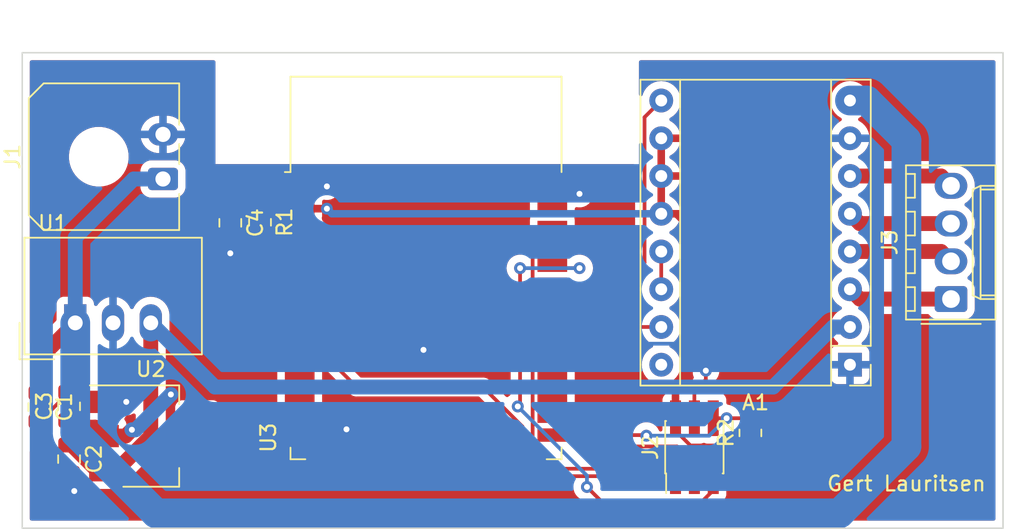
<source format=kicad_pcb>
(kicad_pcb (version 20211014) (generator pcbnew)
  (layers (0 "F.Cu" signal) (31 "B.Cu" signal) (34 "B.Paste" user) (35 "F.Paste" user) (36 "B.SilkS" user "B.Silkscreen") (37 "F.SilkS" user "F.Silkscreen") (38 "B.Mask" user) (39 "F.Mask" user) (44 "Edge.Cuts" user))
  (net 0 "")
  (net 1 "GND")
  (net 2 "Enable")
  (net 3 "+5V")
  (net 4 "+3V3")
  (net 5 "/RED")
  (net 6 "/BLUE")
  (net 7 "/Green")
  (net 8 "Net-(A1-Pad13)")
  (net 9 "/Black")
  (net 10 "STEP")
  (net 11 "+12V")
  (net 13 "EN")
  (net 14 "TX")
  (net 15 "RX")
  (net 16 "D0")
  (net 41 "DIR")
  (footprint "Connector_PinHeader_1.27mm:PinHeader_2x03_P1.27mm_Vertical_SMD" (layer "F.Cu") (at 141.23 96.55 90)
    (fp_text reference "J2" (at 0 -2.965 90) (layer "F.SilkS"))
    (fp_text value "Prog")
    (fp_line (start 1.765 -1.965) (end 1.765 -1.9) (layer "F.SilkS") (width 0.12))
    (fp_line (start -1.765 -1.965) (end -1.765 -1.9) (layer "F.SilkS") (width 0.12))
    (fp_line (start 1.765 1.9) (end 1.765 1.965) (layer "F.SilkS") (width 0.12))
    (fp_line (start -3.09 -1.9) (end -1.765 -1.9) (layer "F.SilkS") (width 0.12))
    (fp_line (start -1.765 -1.965) (end 1.765 -1.965) (layer "F.SilkS") (width 0.12))
    (fp_line (start -1.765 1.9) (end -1.765 1.965) (layer "F.SilkS") (width 0.12))
    (fp_line (start -1.765 1.965) (end 1.765 1.965) (layer "F.SilkS") (width 0.12))
    (pad "1" smd rect locked (at -1.95 -1.27 90) (size 2.4 0.74) (layers "F.Cu" "F.Paste" "F.Mask") (net 13 "EN"))
    (pad "2" smd rect locked (at 1.95 -1.27 90) (size 2.4 0.74) (layers "F.Cu" "F.Paste" "F.Mask") (net 4 "+3V3"))
    (pad "3" smd rect locked (at -1.95 0 90) (size 2.4 0.74) (layers "F.Cu" "F.Paste" "F.Mask") (net 14 "TX"))
    (pad "4" smd rect locked (at 1.95 0 90) (size 2.4 0.74) (layers "F.Cu" "F.Paste" "F.Mask") (net 1 "GND"))
    (pad "5" smd rect locked (at -1.95 1.27 90) (size 2.4 0.74) (layers "F.Cu" "F.Paste" "F.Mask") (net 15 "RX"))
    (pad "6" smd rect locked (at 1.95 1.27 90) (size 2.4 0.74) (layers "F.Cu" "F.Paste" "F.Mask") (net 16 "D0"))
  )
  (footprint "Package_TO_SOT_SMD:SOT-223" (layer "F.Cu") (at 104.65 95.8)
    (fp_text reference "U2" (at 0 -4.5) (layer "F.SilkS"))
    (fp_text value "LM1117-3.3")
    (fp_line (start -1.85 3.41) (end 1.91 3.41) (layer "F.SilkS") (width 0.12))
    (fp_line (start -4.1 -3.41) (end 1.91 -3.41) (layer "F.SilkS") (width 0.12))
    (fp_line (start 1.91 -3.41) (end 1.91 -2.15) (layer "F.SilkS") (width 0.12))
    (fp_line (start 1.91 3.41) (end 1.91 2.15) (layer "F.SilkS") (width 0.12))
    (pad "1" smd rect locked (at -3.15 -2.3) (size 2 1.5) (layers "F.Cu" "F.Paste" "F.Mask") (net 1 "GND"))
    (pad "2" smd rect locked (at -3.15 0) (size 2 1.5) (layers "F.Cu" "F.Paste" "F.Mask") (net 4 "+3V3"))
    (pad "3" smd rect locked (at -3.15 2.3) (size 2 1.5) (layers "F.Cu" "F.Paste" "F.Mask") (net 3 "+5V"))
    (pad "4" smd rect locked (at 3.15 0) (size 2 3.8) (layers "F.Cu" "F.Paste" "F.Mask"))
  )
  (footprint "Connector_Molex:Molex_Micro-Fit_3.0_43650-0200_1x02_P3.00mm_Horizontal" (layer "F.Cu") (at 105.47 78.5 90)
    (fp_text reference "J1" (at 1.5 -10.12 90) (layer "F.SilkS"))
    (fp_text value "Conn_01x02")
    (fp_line (start 5.435 -9.03) (end 6.435 -8.03) (layer "F.SilkS") (width 0.12))
    (fp_line (start -3.435 1.09) (end -3.435 -8.03) (layer "F.SilkS") (width 0.12))
    (fp_line (start -3.435 1.09) (end -1.01 1.09) (layer "F.SilkS") (width 0.12))
    (fp_line (start 6.435 -8.03) (end 6.435 1.09) (layer "F.SilkS") (width 0.12))
    (fp_line (start 1.01 1.09) (end 2.348233 1.09) (layer "F.SilkS") (width 0.12))
    (fp_line (start -3.435 -8.03) (end -2.435 -9.03) (layer "F.SilkS") (width 0.12))
    (fp_line (start -2.435 -9.03) (end 5.435 -9.03) (layer "F.SilkS") (width 0.12))
    (fp_line (start 6.435 1.09) (end 3.651767 1.09) (layer "F.SilkS") (width 0.12))
    (pad "" np_thru_hole circle locked (at 1.5 -4.32 90) (size 3 3) (drill 3) (layers *.Cu *.Mask))
    (pad "1" thru_hole roundrect locked (at 0 0 90) (size 1.5 2.02) (drill 1.02) (layers *.Cu *.Mask) (roundrect_rratio 0.1666673333) (net 11 "+12V"))
    (pad "2" thru_hole oval locked (at 3 0 90) (size 1.5 2.02) (drill 1.02) (layers *.Cu *.Mask) (net 1 "GND"))
  )
  (footprint "Resistor_SMD:R_0805_2012Metric" (layer "F.Cu") (at 112 81.4125 -90)
    (fp_text reference "R1" (at 0 -1.65 90) (layer "F.SilkS"))
    (fp_text value "10k")
    (fp_line (start -0.227064 0.735) (end 0.227064 0.735) (layer "F.SilkS") (width 0.12))
    (fp_line (start -0.227064 -0.735) (end 0.227064 -0.735) (layer "F.SilkS") (width 0.12))
    (pad "1" smd roundrect locked (at -0.9125 0 270) (size 1.025 1.4) (layers "F.Cu" "F.Paste" "F.Mask") (roundrect_rratio 0.243902439) (net 4 "+3V3"))
    (pad "2" smd roundrect locked (at 0.9125 0 270) (size 1.025 1.4) (layers "F.Cu" "F.Paste" "F.Mask") (roundrect_rratio 0.243902439) (net 13 "EN"))
  )
  (footprint "Module:Pololu_Breakout-16_15.2x20.3mm" (layer "F.Cu") (at 151.7 91 180)
    (fp_text reference "A1" (at 6.35 -2.54) (layer "F.SilkS"))
    (fp_text value "Pololu_Breakout_A4988")
    (fp_line (start 11.43 -1.4) (end 11.43 19.18) (layer "F.SilkS") (width 0.12))
    (fp_line (start 1.27 -1.4) (end 1.27 1.27) (layer "F.SilkS") (width 0.12))
    (fp_line (start -1.4 19.18) (end 14.1 19.18) (layer "F.SilkS") (width 0.12))
    (fp_line (start 1.27 1.27) (end -1.4 1.27) (layer "F.SilkS") (width 0.12))
    (fp_line (start 14.1 -1.4) (end 1.27 -1.4) (layer "F.SilkS") (width 0.12))
    (fp_line (start -1.4 1.27) (end -1.4 19.18) (layer "F.SilkS") (width 0.12))
    (fp_line (start 14.1 19.18) (end 14.1 -1.4) (layer "F.SilkS") (width 0.12))
    (fp_line (start -1.4 -1.4) (end -1.4 0) (layer "F.SilkS") (width 0.12))
    (fp_line (start 0 -1.4) (end -1.4 -1.4) (layer "F.SilkS") (width 0.12))
    (fp_line (start 1.27 1.27) (end 1.27 19.18) (layer "F.SilkS") (width 0.12))
    (pad "1" thru_hole rect locked (at 0 0 180) (size 1.6 1.6) (drill 0.8) (layers *.Cu *.Mask) (net 1 "GND"))
    (pad "2" thru_hole oval locked (at 0 2.54 180) (size 1.6 1.6) (drill 0.8) (layers *.Cu *.Mask) (net 3 "+5V"))
    (pad "3" thru_hole oval locked (at 0 5.08 180) (size 1.6 1.6) (drill 0.8) (layers *.Cu *.Mask) (net 5 "/RED"))
    (pad "4" thru_hole oval locked (at 0 7.62 180) (size 1.6 1.6) (drill 0.8) (layers *.Cu *.Mask) (net 6 "/BLUE"))
    (pad "5" thru_hole oval locked (at 0 10.16 180) (size 1.6 1.6) (drill 0.8) (layers *.Cu *.Mask) (net 7 "/Green"))
    (pad "6" thru_hole oval locked (at 0 12.7 180) (size 1.6 1.6) (drill 0.8) (layers *.Cu *.Mask) (net 9 "/Black"))
    (pad "7" thru_hole oval locked (at 0 15.24 180) (size 1.6 1.6) (drill 0.8) (layers *.Cu *.Mask) (net 1 "GND"))
    (pad "8" thru_hole oval locked (at 0 17.78 180) (size 1.6 1.6) (drill 0.8) (layers *.Cu *.Mask) (net 11 "+12V"))
    (pad "9" thru_hole oval locked (at 12.7 17.78 180) (size 1.6 1.6) (drill 0.8) (layers *.Cu *.Mask) (net 2 "Enable"))
    (pad "10" thru_hole oval locked (at 12.7 15.24 180) (size 1.6 1.6) (drill 0.8) (layers *.Cu *.Mask) (net 4 "+3V3"))
    (pad "11" thru_hole oval locked (at 12.7 12.7 180) (size 1.6 1.6) (drill 0.8) (layers *.Cu *.Mask) (net 4 "+3V3"))
    (pad "12" thru_hole oval locked (at 12.7 10.16 180) (size 1.6 1.6) (drill 0.8) (layers *.Cu *.Mask) (net 4 "+3V3"))
    (pad "13" thru_hole oval locked (at 12.7 7.62 180) (size 1.6 1.6) (drill 0.8) (layers *.Cu *.Mask) (net 8 "Net-(A1-Pad13)"))
    (pad "14" thru_hole oval locked (at 12.7 5.08 180) (size 1.6 1.6) (drill 0.8) (layers *.Cu *.Mask) (net 8 "Net-(A1-Pad13)"))
    (pad "15" thru_hole oval locked (at 12.7 2.54 180) (size 1.6 1.6) (drill 0.8) (layers *.Cu *.Mask) (net 10 "STEP"))
    (pad "16" thru_hole oval locked (at 12.7 0 180) (size 1.6 1.6) (drill 0.8) (layers *.Cu *.Mask))
  )
  (footprint "Resistor_SMD:R_0805_2012Metric" (layer "F.Cu") (at 145 95.5875 90)
    (fp_text reference "R2" (at 0 -1.65 90) (layer "F.SilkS"))
    (fp_text value "10k")
    (fp_line (start -0.227064 0.735) (end 0.227064 0.735) (layer "F.SilkS") (width 0.12))
    (fp_line (start -0.227064 -0.735) (end 0.227064 -0.735) (layer "F.SilkS") (width 0.12))
    (pad "1" smd roundrect locked (at -0.9125 0 90) (size 1.025 1.4) (layers "F.Cu" "F.Paste" "F.Mask") (roundrect_rratio 0.243902439) (net 4 "+3V3"))
    (pad "2" smd roundrect locked (at 0.9125 0 90) (size 1.025 1.4) (layers "F.Cu" "F.Paste" "F.Mask") (roundrect_rratio 0.243902439) (net 16 "D0"))
  )
  (footprint "Converter_DCDC:Converter_DCDC_TRACO_TSR-1_THT" (layer "F.Cu") (at 99.5675 88.1825)
    (fp_text reference "U1" (at -1.5 -6.71) (layer "F.SilkS"))
    (fp_text value "TSR_1-2450")
    (fp_line (start -3.42 2.12) (end -3.42 -5.73) (layer "F.SilkS") (width 0.12))
    (fp_line (start -3.42 -5.73) (end 8.52 -5.73) (layer "F.SilkS") (width 0.12))
    (fp_line (start -3.75 0) (end -3.75 2.45) (layer "F.SilkS") (width 0.12))
    (fp_line (start 8.52 2.12) (end -3.42 2.12) (layer "F.SilkS") (width 0.12))
    (fp_line (start -3.75 2.45) (end -1.42 2.45) (layer "F.SilkS") (width 0.12))
    (fp_line (start 8.52 -5.73) (end 8.52 2.12) (layer "F.SilkS") (width 0.12))
    (pad "1" thru_hole rect locked (at 0 0) (size 1.5 2.5) (drill 1) (layers *.Cu *.Mask) (net 11 "+12V"))
    (pad "2" thru_hole oval locked (at 2.54 0) (size 1.5 2.5) (drill 1) (layers *.Cu *.Mask) (net 1 "GND"))
    (pad "3" thru_hole oval locked (at 5.08 0) (size 1.5 2.5) (drill 1) (layers *.Cu *.Mask) (net 3 "+5V"))
  )
  (footprint "Connector_Molex:Molex_KK-254_AE-6410-04A_1x04_P2.54mm_Vertical" (layer "F.Cu") (at 158.5 86.58 90)
    (fp_text reference "J3" (at 3.81 -4.12 90) (layer "F.SilkS"))
    (fp_text value "Stepper")
    (fp_line (start 0.25 1.46) (end 7.37 1.46) (layer "F.SilkS") (width 0.12))
    (fp_line (start 3.34 -2.43) (end 3.34 -3.03) (layer "F.SilkS") (width 0.12))
    (fp_line (start 7.62 1.99) (end 7.62 2.99) (layer "F.SilkS") (width 0.12))
    (fp_line (start 9 -3.03) (end -1.38 -3.03) (layer "F.SilkS") (width 0.12))
    (fp_line (start 7.37 1.46) (end 7.62 1.99) (layer "F.SilkS") (width 0.12))
    (fp_line (start 0 1.99) (end 7.62 1.99) (layer "F.SilkS") (width 0.12))
    (fp_line (start 0 1.99) (end 0.25 1.46) (layer "F.SilkS") (width 0.12))
    (fp_line (start -1.38 2.99) (end 9 2.99) (layer "F.SilkS") (width 0.12))
    (fp_line (start 1.74 -2.43) (end 3.34 -2.43) (layer "F.SilkS") (width 0.12))
    (fp_line (start 0 2.99) (end 0 1.99) (layer "F.SilkS") (width 0.12))
    (fp_line (start 1.74 -3.03) (end 1.74 -2.43) (layer "F.SilkS") (width 0.12))
    (fp_line (start -0.8 -2.43) (end 0.8 -2.43) (layer "F.SilkS") (width 0.12))
    (fp_line (start -0.8 -3.03) (end -0.8 -2.43) (layer "F.SilkS") (width 0.12))
    (fp_line (start 8.42 -2.43) (end 8.42 -3.03) (layer "F.SilkS") (width 0.12))
    (fp_line (start 6.82 -2.43) (end 8.42 -2.43) (layer "F.SilkS") (width 0.12))
    (fp_line (start 6.82 -3.03) (end 6.82 -2.43) (layer "F.SilkS") (width 0.12))
    (fp_line (start 7.37 2.99) (end 7.37 1.99) (layer "F.SilkS") (width 0.12))
    (fp_line (start 0.25 2.99) (end 0.25 1.99) (layer "F.SilkS") (width 0.12))
    (fp_line (start 0.8 -2.43) (end 0.8 -3.03) (layer "F.SilkS") (width 0.12))
    (fp_line (start 5.88 -2.43) (end 5.88 -3.03) (layer "F.SilkS") (width 0.12))
    (fp_line (start 4.28 -2.43) (end 5.88 -2.43) (layer "F.SilkS") (width 0.12))
    (fp_line (start -1.38 -3.03) (end -1.38 2.99) (layer "F.SilkS") (width 0.12))
    (fp_line (start -1.67 -2) (end -1.67 2) (layer "F.SilkS") (width 0.12))
    (fp_line (start 9 2.99) (end 9 -3.03) (layer "F.SilkS") (width 0.12))
    (fp_line (start 4.28 -3.03) (end 4.28 -2.43) (layer "F.SilkS") (width 0.12))
    (pad "1" thru_hole roundrect locked (at 0 0 90) (size 1.74 2.19) (drill 1.19) (layers *.Cu *.Mask) (roundrect_rratio 0.1436781609) (net 5 "/RED"))
    (pad "2" thru_hole oval locked (at 2.54 0 90) (size 1.74 2.19) (drill 1.19) (layers *.Cu *.Mask) (net 6 "/BLUE"))
    (pad "3" thru_hole oval locked (at 5.08 0 90) (size 1.74 2.19) (drill 1.19) (layers *.Cu *.Mask) (net 7 "/Green"))
    (pad "4" thru_hole oval locked (at 7.62 0 90) (size 1.74 2.19) (drill 1.19) (layers *.Cu *.Mask) (net 9 "/Black"))
  )
  (footprint "Capacitor_SMD:C_0805_2012Metric" (layer "F.Cu") (at 110 81.45 -90)
    (fp_text reference "C4" (at 0 -1.68 90) (layer "F.SilkS"))
    (fp_text value "22uF")
    (fp_line (start -0.261252 -0.735) (end 0.261252 -0.735) (layer "F.SilkS") (width 0.12))
    (fp_line (start -0.261252 0.735) (end 0.261252 0.735) (layer "F.SilkS") (width 0.12))
    (pad "1" smd roundrect locked (at -0.95 0 270) (size 1 1.45) (layers "F.Cu" "F.Paste" "F.Mask") (net 4 "+3V3"))
    (pad "2" smd roundrect locked (at 0.95 0 270) (size 1 1.45) (layers "F.Cu" "F.Paste" "F.Mask") (net 1 "GND"))
  )
  (footprint "Capacitor_SMD:C_0805_2012Metric" (layer "F.Cu") (at 99.15 93.8 90)
    (fp_text reference "C3" (at 0 -1.68 90) (layer "F.SilkS"))
    (fp_text value "22uF")
    (fp_line (start -0.261252 -0.735) (end 0.261252 -0.735) (layer "F.SilkS") (width 0.12))
    (fp_line (start -0.261252 0.735) (end 0.261252 0.735) (layer "F.SilkS") (width 0.12))
    (pad "1" smd roundrect locked (at -0.95 0 90) (size 1 1.45) (layers "F.Cu" "F.Paste" "F.Mask") (net 4 "+3V3"))
    (pad "2" smd roundrect locked (at 0.95 0 90) (size 1 1.45) (layers "F.Cu" "F.Paste" "F.Mask") (net 1 "GND"))
  )
  (footprint "RF_Module:ESP32-WROOM-32" (layer "F.Cu") (at 123.17 87.48)
    (fp_text reference "U3" (at -10.61 8.43 90) (layer "F.SilkS"))
    (fp_text value "ESP32-WROOM-32")
    (fp_line (start 9.12 9.88) (end 8.12 9.88) (layer "F.SilkS") (width 0.12))
    (fp_line (start -9.12 9.88) (end -8.12 9.88) (layer "F.SilkS") (width 0.12))
    (fp_line (start -9.12 -15.865) (end 9.12 -15.865) (layer "F.SilkS") (width 0.12))
    (fp_line (start 9.12 -15.865) (end 9.12 -9.445) (layer "F.SilkS") (width 0.12))
    (fp_line (start -9.12 -15.865) (end -9.12 -9.445) (layer "F.SilkS") (width 0.12))
    (fp_line (start -9.12 -9.445) (end -9.5 -9.445) (layer "F.SilkS") (width 0.12))
    (fp_line (start -9.12 9.1) (end -9.12 9.88) (layer "F.SilkS") (width 0.12))
    (fp_line (start 9.12 9.1) (end 9.12 9.88) (layer "F.SilkS") (width 0.12))
    (pad "1" smd rect locked (at -8.5 -8.255) (size 2 0.9) (layers "F.Cu" "F.Paste" "F.Mask") (net 1 "GND"))
    (pad "2" smd rect locked (at -8.5 -6.985) (size 2 0.9) (layers "F.Cu" "F.Paste" "F.Mask") (net 4 "+3V3"))
    (pad "3" smd rect locked (at -8.5 -5.715) (size 2 0.9) (layers "F.Cu" "F.Paste" "F.Mask") (net 13 "EN"))
    (pad "4" smd rect locked (at -8.5 -4.445) (size 2 0.9) (layers "F.Cu" "F.Paste" "F.Mask"))
    (pad "5" smd rect locked (at -8.5 -3.175) (size 2 0.9) (layers "F.Cu" "F.Paste" "F.Mask"))
    (pad "6" smd rect locked (at -8.5 -1.905) (size 2 0.9) (layers "F.Cu" "F.Paste" "F.Mask"))
    (pad "7" smd rect locked (at -8.5 -0.635) (size 2 0.9) (layers "F.Cu" "F.Paste" "F.Mask"))
    (pad "8" smd rect locked (at -8.5 0.635) (size 2 0.9) (layers "F.Cu" "F.Paste" "F.Mask"))
    (pad "9" smd rect locked (at -8.5 1.905) (size 2 0.9) (layers "F.Cu" "F.Paste" "F.Mask"))
    (pad "10" smd rect locked (at -8.5 3.175) (size 2 0.9) (layers "F.Cu" "F.Paste" "F.Mask"))
    (pad "11" smd rect locked (at -8.5 4.445) (size 2 0.9) (layers "F.Cu" "F.Paste" "F.Mask"))
    (pad "12" smd rect locked (at -8.5 5.715) (size 2 0.9) (layers "F.Cu" "F.Paste" "F.Mask"))
    (pad "13" smd rect locked (at -8.5 6.985) (size 2 0.9) (layers "F.Cu" "F.Paste" "F.Mask"))
    (pad "14" smd rect locked (at -8.5 8.255) (size 2 0.9) (layers "F.Cu" "F.Paste" "F.Mask"))
    (pad "15" smd rect locked (at -5.715 9.255 90) (size 2 0.9) (layers "F.Cu" "F.Paste" "F.Mask") (net 1 "GND"))
    (pad "16" smd rect locked (at -4.445 9.255 90) (size 2 0.9) (layers "F.Cu" "F.Paste" "F.Mask"))
    (pad "17" smd rect locked (at -3.175 9.255 90) (size 2 0.9) (layers "F.Cu" "F.Paste" "F.Mask"))
    (pad "18" smd rect locked (at -1.905 9.255 90) (size 2 0.9) (layers "F.Cu" "F.Paste" "F.Mask"))
    (pad "19" smd rect locked (at -0.635 9.255 90) (size 2 0.9) (layers "F.Cu" "F.Paste" "F.Mask"))
    (pad "20" smd rect locked (at 0.635 9.255 90) (size 2 0.9) (layers "F.Cu" "F.Paste" "F.Mask"))
    (pad "21" smd rect locked (at 1.905 9.255 90) (size 2 0.9) (layers "F.Cu" "F.Paste" "F.Mask"))
    (pad "22" smd rect locked (at 3.175 9.255 90) (size 2 0.9) (layers "F.Cu" "F.Paste" "F.Mask"))
    (pad "23" smd rect locked (at 4.445 9.255 90) (size 2 0.9) (layers "F.Cu" "F.Paste" "F.Mask"))
    (pad "24" smd rect locked (at 5.715 9.255 90) (size 2 0.9) (layers "F.Cu" "F.Paste" "F.Mask"))
    (pad "25" smd rect locked (at 8.5 8.255) (size 2 0.9) (layers "F.Cu" "F.Paste" "F.Mask") (net 16 "D0"))
    (pad "26" smd rect locked (at 8.5 6.985) (size 2 0.9) (layers "F.Cu" "F.Paste" "F.Mask"))
    (pad "27" smd rect locked (at 8.5 5.715) (size 2 0.9) (layers "F.Cu" "F.Paste" "F.Mask"))
    (pad "28" smd rect locked (at 8.5 4.445) (size 2 0.9) (layers "F.Cu" "F.Paste" "F.Mask"))
    (pad "29" smd rect locked (at 8.5 3.175) (size 2 0.9) (layers "F.Cu" "F.Paste" "F.Mask"))
    (pad "30" smd rect locked (at 8.5 1.905) (size 2 0.9) (layers "F.Cu" "F.Paste" "F.Mask") (net 41 "DIR"))
    (pad "31" smd rect locked (at 8.5 0.635) (size 2 0.9) (layers "F.Cu" "F.Paste" "F.Mask") (net 10 "STEP"))
    (pad "32" smd rect locked (at 8.5 -0.635) (size 2 0.9) (layers "F.Cu" "F.Paste" "F.Mask"))
    (pad "33" smd rect locked (at 8.5 -1.905) (size 2 0.9) (layers "F.Cu" "F.Paste" "F.Mask") (net 2 "Enable"))
    (pad "34" smd rect locked (at 8.5 -3.175) (size 2 0.9) (layers "F.Cu" "F.Paste" "F.Mask") (net 15 "RX"))
    (pad "35" smd rect locked (at 8.5 -4.445) (size 2 0.9) (layers "F.Cu" "F.Paste" "F.Mask") (net 14 "TX"))
    (pad "36" smd rect locked (at 8.5 -5.715) (size 2 0.9) (layers "F.Cu" "F.Paste" "F.Mask"))
    (pad "37" smd rect locked (at 8.5 -6.985) (size 2 0.9) (layers "F.Cu" "F.Paste" "F.Mask"))
    (pad "38" smd rect locked (at 8.5 -8.255) (size 2 0.9) (layers "F.Cu" "F.Paste" "F.Mask") (net 1 "GND"))
    (pad "39" smd rect locked (at -1 -0.755) (size 5 5) (layers "F.Cu" "F.Paste" "F.Mask") (net 1 "GND"))
  )
  (footprint "Capacitor_SMD:C_0805_2012Metric" (layer "F.Cu") (at 99.15 97.35 -90)
    (fp_text reference "C2" (at 0 -1.68 90) (layer "F.SilkS"))
    (fp_text value "22uF")
    (fp_line (start -0.261252 -0.735) (end 0.261252 -0.735) (layer "F.SilkS") (width 0.12))
    (fp_line (start -0.261252 0.735) (end 0.261252 0.735) (layer "F.SilkS") (width 0.12))
    (pad "1" smd roundrect locked (at -0.95 0 270) (size 1 1.45) (layers "F.Cu" "F.Paste" "F.Mask") (net 3 "+5V"))
    (pad "2" smd roundrect locked (at 0.95 0 270) (size 1 1.45) (layers "F.Cu" "F.Paste" "F.Mask") (net 1 "GND"))
  )
  (footprint "Capacitor_SMD:C_0805_2012Metric" (layer "F.Cu") (at 97.15 93.85 -90)
    (fp_text reference "C1" (at 0 -1.68 90) (layer "F.SilkS"))
    (fp_text value "22uF")
    (fp_line (start -0.261252 -0.735) (end 0.261252 -0.735) (layer "F.SilkS") (width 0.12))
    (fp_line (start -0.261252 0.735) (end 0.261252 0.735) (layer "F.SilkS") (width 0.12))
    (pad "1" smd roundrect locked (at -0.95 0 270) (size 1 1.45) (layers "F.Cu" "F.Paste" "F.Mask") (net 11 "+12V"))
    (pad "2" smd roundrect locked (at 0.95 0 270) (size 1 1.45) (layers "F.Cu" "F.Paste" "F.Mask") (net 1 "GND"))
  )
  (gr_rect (start 96 70) (end 162 102) (layer "Edge.Cuts") (width 0.1) (fill none))
  (gr_text "Gert Lauritsen" (at 155.5 99) (layer "F.SilkS") (effects (font (size 1 1))))
  (segment (start 116.275 79.225) (end 116.5 79) (width 0.25) (layer "F.Cu") (net 1))
  (segment (start 141.23 94.6) (end 141.23 92.77) (width 0.25) (layer "F.Cu") (net 1))
  (segment (start 110 82.4) (end 110 83.5) (width 0.25) (layer "F.Cu") (net 1))
  (segment (start 122.17 89.17) (end 123 90) (width 0.25) (layer "F.Cu") (net 1))
  (segment (start 122.17 86.725) (end 122.17 89.17) (width 0.25) (layer "F.Cu") (net 1))
  (segment (start 97.15 96.3) (end 97.15 94.8) (width 0.25) (layer "F.Cu") (net 1))
  (segment (start 99.8 93.5) (end 99.15 92.85) (width 0.25) (layer "F.Cu") (net 1))
  (segment (start 99.15 98.3) (end 99.15 99.15) (width 0.25) (layer "F.Cu") (net 1))
  (segment (start 101.5 93.5) (end 103 93.5) (width 0.25) (layer "F.Cu") (net 1))
  (segment (start 141.23 92.77) (end 142 92) (width 0.25) (layer "F.Cu") (net 1))
  (segment (start 117.455 95.709772) (end 117.81924 95.345532) (width 0.25) (layer "F.Cu") (net 1))
  (segment (start 142 92) (end 142 91.400011) (width 0.25) (layer "F.Cu") (net 1))
  (segment (start 117.455 96.735) (end 117.455 95.709772) (width 0.25) (layer "F.Cu") (net 1))
  (segment (start 99.15 99.15) (end 99.5 99.5) (width 0.25) (layer "F.Cu") (net 1))
  (segment (start 97.2 94.8) (end 99.15 92.85) (width 0.25) (layer "F.Cu") (net 1))
  (segment (start 133.225 79.225) (end 133.5 79.5) (width 0.25) (layer "F.Cu") (net 1))
  (segment (start 99.15 98.3) (end 97.15 96.3) (width 0.25) (layer "F.Cu") (net 1))
  (segment (start 101.5 93.5) (end 99.8 93.5) (width 0.25) (layer "F.Cu") (net 1))
  (segment (start 131.67 79.225) (end 133.225 79.225) (width 0.25) (layer "F.Cu") (net 1))
  (segment (start 114.67 79.225) (end 116.275 79.225) (width 0.25) (layer "F.Cu") (net 1))
  (segment (start 97.15 94.8) (end 97.2 94.8) (width 0.25) (layer "F.Cu") (net 1))
  (via (at 99.5 99.5) (size 0.8) (drill 0.4) (layers "F.Cu" "B.Cu") (net 1))
  (via (at 103 93.5) (size 0.8) (drill 0.4) (layers "F.Cu" "B.Cu") (net 1))
  (via (at 117.81924 95.345532) (size 0.8) (drill 0.4) (layers "F.Cu" "B.Cu") (net 1))
  (via (at 110 83.5) (size 0.8) (drill 0.4) (layers "F.Cu" "B.Cu") (net 1))
  (via (at 142 91.400011) (size 0.8) (drill 0.4) (layers "F.Cu" "B.Cu") (net 1))
  (via (at 123 90) (size 0.8) (drill 0.4) (layers "F.Cu" "B.Cu") (net 1))
  (via (at 133.5 79.5) (size 0.8) (drill 0.4) (layers "F.Cu" "B.Cu") (net 1))
  (via (at 116.5 79) (size 0.8) (drill 0.4) (layers "F.Cu" "B.Cu") (net 1))
  (segment (start 140.1845 89.584511) (end 123.415489 89.584511) (width 0.25) (layer "B.Cu") (net 1))
  (segment (start 142 91.400011) (end 140.1845 89.584511) (width 0.25) (layer "B.Cu") (net 1))
  (segment (start 123.415489 89.584511) (end 123 90) (width 0.25) (layer "B.Cu") (net 1))
  (segment (start 137.875489 84.124511) (end 136.425 85.575) (width 0.25) (layer "F.Cu") (net 2))
  (segment (start 136.425 85.575) (end 131.67 85.575) (width 0.25) (layer "F.Cu") (net 2))
  (segment (start 137.875489 74.344511) (end 137.875489 84.124511) (width 0.25) (layer "F.Cu") (net 2))
  (segment (start 139 73.22) (end 137.875489 74.344511) (width 0.25) (layer "F.Cu") (net 2))
  (segment (start 104.6475 88.1825) (end 104.6475 95.801522) (width 1) (layer "F.Cu") (net 3))
  (segment (start 102.349022 98.1) (end 101.5 98.1) (width 1) (layer "F.Cu") (net 3))
  (segment (start 101.5 98.1) (end 101.017824 98.1) (width 1) (layer "F.Cu") (net 3))
  (segment (start 99.317824 96.4) (end 99.15 96.4) (width 1) (layer "F.Cu") (net 3))
  (segment (start 104.6475 95.801522) (end 102.349022 98.1) (width 1) (layer "F.Cu") (net 3))
  (segment (start 101.017824 98.1) (end 99.317824 96.4) (width 1) (layer "F.Cu") (net 3))
  (segment (start 150.56863 88.46) (end 151.7 88.46) (width 1) (layer "B.Cu") (net 3))
  (segment (start 146.529119 92.499511) (end 150.56863 88.46) (width 1) (layer "B.Cu") (net 3))
  (segment (start 108.964511 92.499511) (end 146.529119 92.499511) (width 1) (layer "B.Cu") (net 3))
  (segment (start 104.6475 88.1825) (end 108.964511 92.499511) (width 1) (layer "B.Cu") (net 3))
  (segment (start 106 93) (end 107.5 91.5) (width 1) (layer "F.Cu") (net 4))
  (segment (start 141.03 96.5) (end 139.96 95.43) (width 0.25) (layer "F.Cu") (net 4))
  (segment (start 139 75.76) (end 139 78.3) (width 0.25) (layer "F.Cu") (net 4))
  (segment (start 116.495 80.495) (end 116.5 80.5) (width 0.5) (layer "F.Cu") (net 4))
  (segment (start 139.96 95.43) (end 139.96 94.6) (width 0.25) (layer "F.Cu") (net 4))
  (segment (start 114.67 80.495) (end 116.495 80.495) (width 0.5) (layer "F.Cu") (net 4))
  (segment (start 110 80.5) (end 114.665 80.5) (width 0.5) (layer "F.Cu") (net 4))
  (segment (start 102.952644 95.8) (end 103.376322 95.376322) (width 1) (layer "F.Cu") (net 4))
  (segment (start 139 80.84) (end 139.84 80.84) (width 0.25) (layer "F.Cu") (net 4))
  (segment (start 139 80.84) (end 139 78.3) (width 0.25) (layer "F.Cu") (net 4))
  (segment (start 108.5 80.5) (end 110 80.5) (width 1) (layer "F.Cu") (net 4))
  (segment (start 107.5 91.5) (end 107.5 81.5) (width 1) (layer "F.Cu") (net 4))
  (segment (start 101.5 95.8) (end 100.90048 95.20048) (width 1) (layer "F.Cu") (net 4))
  (segment (start 139.84 80.84) (end 141 82) (width 0.25) (layer "F.Cu") (net 4))
  (segment (start 99.60048 95.20048) (end 99.15 94.75) (width 1) (layer "F.Cu") (net 4))
  (segment (start 101.5 95.8) (end 102.952644 95.8) (width 1) (layer "F.Cu") (net 4))
  (segment (start 100.90048 95.20048) (end 99.60048 95.20048) (width 1) (layer "F.Cu") (net 4))
  (segment (start 141 92) (end 139.96 93.04) (width 0.25) (layer "F.Cu") (net 4))
  (segment (start 107.5 81.5) (end 108.5 80.5) (width 1) (layer "F.Cu") (net 4))
  (segment (start 141 82) (end 141 92) (width 0.25) (layer "F.Cu") (net 4))
  (segment (start 145 96.5) (end 141.03 96.5) (width 0.25) (layer "F.Cu") (net 4))
  (segment (start 139.96 93.04) (end 139.96 94.6) (width 0.25) (layer "F.Cu") (net 4))
  (segment (start 114.665 80.5) (end 114.67 80.495) (width 0.5) (layer "F.Cu") (net 4))
  (via (at 103.376322 95.376322) (size 0.8) (drill 0.4) (layers "F.Cu" "B.Cu") (net 4))
  (via (at 106 93) (size 0.8) (drill 0.4) (layers "F.Cu" "B.Cu") (net 4))
  (via (at 116.5 80.5) (size 0.8) (drill 0.4) (layers "F.Cu" "B.Cu") (net 4))
  (segment (start 116.5 80.5) (end 116.84 80.84) (width 0.5) (layer "B.Cu") (net 4))
  (segment (start 103.623678 95.376322) (end 106 93) (width 1) (layer "B.Cu") (net 4))
  (segment (start 103.376322 95.376322) (end 103.623678 95.376322) (width 1) (layer "B.Cu") (net 4))
  (segment (start 116.84 80.84) (end 139 80.84) (width 0.5) (layer "B.Cu") (net 4))
  (segment (start 158.5 86.58) (end 152.36 86.58) (width 1) (layer "F.Cu") (net 5))
  (segment (start 152.36 86.58) (end 151.7 85.92) (width 1) (layer "F.Cu") (net 5))
  (segment (start 151.7 83.38) (end 157.84 83.38) (width 1) (layer "F.Cu") (net 6))
  (segment (start 157.84 83.38) (end 158.5 84.04) (width 1) (layer "F.Cu") (net 6))
  (segment (start 152.36 81.5) (end 151.7 80.84) (width 1) (layer "F.Cu") (net 7))
  (segment (start 158.5 81.5) (end 152.36 81.5) (width 1) (layer "F.Cu") (net 7))
  (segment (start 139 85.92) (end 139 83.38) (width 0.25) (layer "F.Cu") (net 8))
  (segment (start 151.7 78.3) (end 157.84 78.3) (width 1) (layer "F.Cu") (net 9))
  (segment (start 157.84 78.3) (end 158.5 78.96) (width 1) (layer "F.Cu") (net 9))
  (segment (start 139 88.46) (end 132.015 88.46) (width 0.25) (layer "F.Cu") (net 10))
  (segment (start 132.015 88.46) (end 131.67 88.115) (width 0.25) (layer "F.Cu") (net 10))
  (segment (start 99.5675 88.1825) (end 97.15 90.6) (width 1) (layer "F.Cu") (net 11))
  (segment (start 97.15 90.6) (end 97.15 92.9) (width 1) (layer "F.Cu") (net 11))
  (segment (start 152.83137 73.22) (end 155.5 75.88863) (width 2) (layer "B.Cu") (net 11))
  (segment (start 105.47 78.5) (end 103.5 78.5) (width 1) (layer "B.Cu") (net 11))
  (segment (start 99.5675 82.4325) (end 99.5675 88.1825) (width 1) (layer "B.Cu") (net 11))
  (segment (start 155.5 96.5) (end 151 101) (width 2) (layer "B.Cu") (net 11))
  (segment (start 155.5 75.88863) (end 155.5 96.5) (width 2) (layer "B.Cu") (net 11))
  (segment (start 99.5675 95.5675) (end 99.5675 88.1825) (width 2) (layer "B.Cu") (net 11))
  (segment (start 151 101) (end 105 101) (width 2) (layer "B.Cu") (net 11))
  (segment (start 103.5 78.5) (end 99.5675 82.4325) (width 1) (layer "B.Cu") (net 11))
  (segment (start 151.7 73.22) (end 152.83137 73.22) (width 2) (layer "B.Cu") (net 11))
  (segment (start 105 101) (end 99.5675 95.5675) (width 2) (layer "B.Cu") (net 11))
  (segment (start 127 92.5) (end 129.659511 95.159511) (width 0.25) (layer "F.Cu") (net 13))
  (segment (start 115.765 81.765) (end 117 83) (width 0.25) (layer "F.Cu") (net 13))
  (segment (start 112.56 81.765) (end 114.67 81.765) (width 0.5) (layer "F.Cu") (net 13))
  (segment (start 118.5 92.5) (end 127 92.5) (width 0.25) (layer "F.Cu") (net 13))
  (segment (start 130.864282 98.5) (end 139.96 98.5) (width 0.25) (layer "F.Cu") (net 13))
  (segment (start 114.67 81.765) (end 115.765 81.765) (width 0.25) (layer "F.Cu") (net 13))
  (segment (start 117 83) (end 117 91) (width 0.25) (layer "F.Cu") (net 13))
  (segment (start 117 91) (end 118.5 92.5) (width 0.25) (layer "F.Cu") (net 13))
  (segment (start 129.659511 97.295229) (end 130.864282 98.5) (width 0.25) (layer "F.Cu") (net 13))
  (segment (start 129.659511 95.159511) (end 129.659511 97.295229) (width 0.25) (layer "F.Cu") (net 13))
  (segment (start 112 82.325) (end 112.56 81.765) (width 0.5) (layer "F.Cu") (net 13))
  (segment (start 140.06 96.5) (end 137 96.5) (width 0.25) (layer "F.Cu") (net 14))
  (segment (start 130.345489 83.154511) (end 130.465 83.035) (width 0.25) (layer "F.Cu") (net 14))
  (segment (start 141.23 98.5) (end 141.23 97.67) (width 0.25) (layer "F.Cu") (net 14))
  (segment (start 130.345489 97.345489) (end 130.345489 83.154511) (width 0.25) (layer "F.Cu") (net 14))
  (segment (start 130.465 83.035) (end 131.67 83.035) (width 0.25) (layer "F.Cu") (net 14))
  (segment (start 137 96.5) (end 135.5 98) (width 0.25) (layer "F.Cu") (net 14))
  (segment (start 141.23 97.67) (end 140.06 96.5) (width 0.25) (layer "F.Cu") (net 14))
  (segment (start 135.5 98) (end 131 98) (width 0.25) (layer "F.Cu") (net 14))
  (segment (start 131 98) (end 130.345489 97.345489) (width 0.25) (layer "F.Cu") (net 14))
  (segment (start 133.5 84.5) (end 131.865 84.5) (width 0.25) (layer "F.Cu") (net 15))
  (segment (start 141.449022 100.5) (end 135.2755 100.5) (width 0.25) (layer "F.Cu") (net 15))
  (segment (start 142.5 99.449022) (end 141.449022 100.5) (width 0.25) (layer "F.Cu") (net 15))
  (segment (start 129.345112 93.806971) (end 129.5 93.652083) (width 0.25) (layer "F.Cu") (net 15))
  (segment (start 142.5 98.5) (end 142.5 99.449022) (width 0.25) (layer "F.Cu") (net 15))
  (segment (start 131.865 84.5) (end 131.67 84.305) (width 0.25) (layer "F.Cu") (net 15))
  (segment (start 135.2755 100.5) (end 134 99.2245) (width 0.25) (layer "F.Cu") (net 15))
  (segment (start 129.5 93.652083) (end 129.5 84.5) (width 0.25) (layer "F.Cu") (net 15))
  (via (at 134 99.2245) (size 0.8) (drill 0.4) (layers "F.Cu" "B.Cu") (net 15))
  (via (at 129.5 84.5) (size 0.8) (drill 0.4) (layers "F.Cu" "B.Cu") (net 15))
  (via (at 129.345112 93.806971) (size 0.8) (drill 0.4) (layers "F.Cu" "B.Cu") (net 15))
  (via (at 133.5 84.5) (size 0.8) (drill 0.4) (layers "F.Cu" "B.Cu") (net 15))
  (segment (start 129.5 84.5) (end 133.5 84.5) (width 0.25) (layer "B.Cu") (net 15))
  (segment (start 134 99.2245) (end 134 98.461859) (width 0.25) (layer "B.Cu") (net 15))
  (segment (start 134 98.461859) (end 129.345112 93.806971) (width 0.25) (layer "B.Cu") (net 15))
  (segment (start 131.67 95.735) (end 137.9595 95.735) (width 0.25) (layer "F.Cu") (net 16))
  (segment (start 145 94.675) (end 144.925 94.6) (width 0.25) (layer "F.Cu") (net 16))
  (segment (start 144.925 94.6) (end 143.4 94.6) (width 0.25) (layer "F.Cu") (net 16))
  (segment (start 137.9595 95.735) (end 138 95.7755) (width 0.25) (layer "F.Cu") (net 16))
  (segment (start 143.4 94.6) (end 142.5 94.6) (width 0.25) (layer "F.Cu") (net 16))
  (via (at 143.4 94.6) (size 0.8) (drill 0.4) (layers "F.Cu" "B.Cu") (net 16))
  (via (at 138 95.7755) (size 0.8) (drill 0.4) (layers "F.Cu" "B.Cu") (net 16))
  (segment (start 142.2245 95.7755) (end 143.4 94.6) (width 0.25) (layer "B.Cu") (net 16))
  (segment (start 138 95.7755) (end 142.2245 95.7755) (width 0.25) (layer "B.Cu") (net 16))
  (zone (net 0) (net_name "") (layers F&B.Cu) (connect_pads (clearance 0)) (min_thickness 0.254)
    (keepout (tracks not_allowed) (vias not_allowed) (pads not_allowed) (copperpour not_allowed) (footprints not_allowed))
    (fill (thermal_gap 0.508) (thermal_bridge_width 0.508))
    (polygon (pts (xy 137.5 77.5) (xy 109 77.5) (xy 109 66.5) (xy 137.5 66.5)))
  )
  (zone (net 4) (net_name "+3V3") (layer "F.Cu") (connect_pads (clearance 0.508)) (min_thickness 0.254) (fill yes (thermal_gap 0.508) (thermal_bridge_width 0.508))
    (polygon (pts (xy 162 102) (xy 96 102) (xy 96 70) (xy 162 70)))
  )
  (zone (net 1) (net_name "GND") (layer "B.Cu") (connect_pads (clearance 0.508)) (min_thickness 0.254) (fill yes (thermal_gap 0.508) (thermal_bridge_width 0.508))
    (polygon (pts (xy 162 102) (xy 96 102) (xy 96 70) (xy 162 70)))
  )
)
</source>
